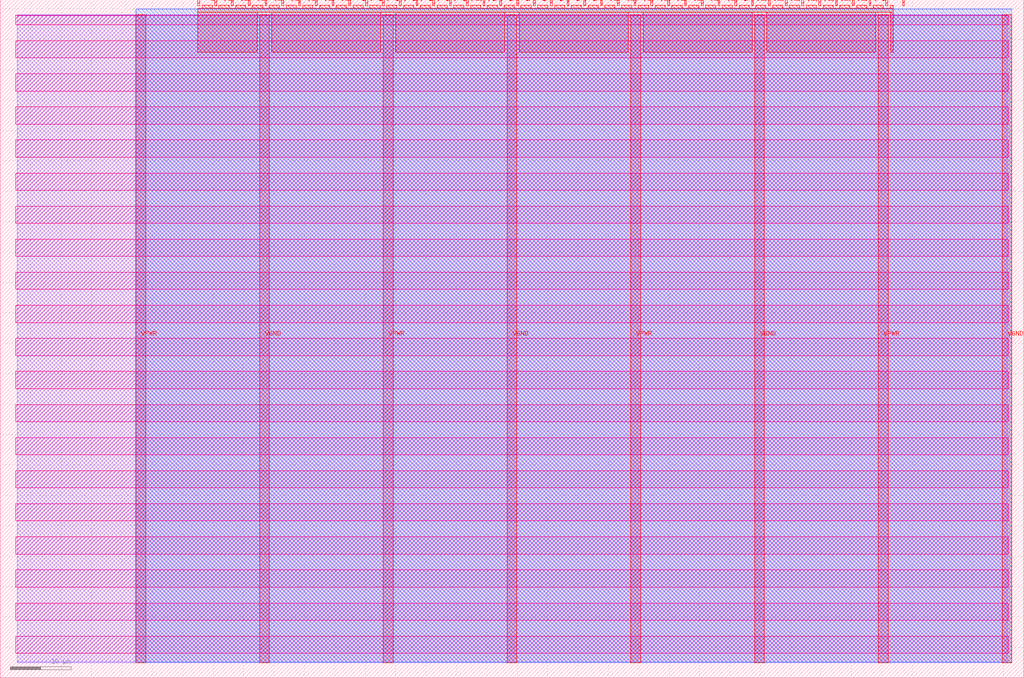
<source format=lef>
VERSION 5.7 ;
  NOWIREEXTENSIONATPIN ON ;
  DIVIDERCHAR "/" ;
  BUSBITCHARS "[]" ;
MACRO tt_um_wokwi_380490286828784641_dup
  CLASS BLOCK ;
  FOREIGN tt_um_wokwi_380490286828784641_dup ;
  ORIGIN 0.000 0.000 ;
  SIZE 168.360 BY 111.520 ;
  PIN VGND
    DIRECTION INOUT ;
    USE GROUND ;
    PORT
      LAYER met4 ;
        RECT 42.670 2.480 44.270 109.040 ;
    END
    PORT
      LAYER met4 ;
        RECT 83.380 2.480 84.980 109.040 ;
    END
    PORT
      LAYER met4 ;
        RECT 124.090 2.480 125.690 109.040 ;
    END
    PORT
      LAYER met4 ;
        RECT 164.800 2.480 166.400 109.040 ;
    END
  END VGND
  PIN VPWR
    DIRECTION INOUT ;
    USE POWER ;
    PORT
      LAYER met4 ;
        RECT 22.315 2.480 23.915 109.040 ;
    END
    PORT
      LAYER met4 ;
        RECT 63.025 2.480 64.625 109.040 ;
    END
    PORT
      LAYER met4 ;
        RECT 103.735 2.480 105.335 109.040 ;
    END
    PORT
      LAYER met4 ;
        RECT 144.445 2.480 146.045 109.040 ;
    END
  END VPWR
  PIN clk
    DIRECTION INPUT ;
    USE SIGNAL ;
    ANTENNAGATEAREA 0.852000 ;
    PORT
      LAYER met4 ;
        RECT 145.670 110.520 145.970 111.520 ;
    END
  END clk
  PIN ena
    DIRECTION INPUT ;
    USE SIGNAL ;
    PORT
      LAYER met4 ;
        RECT 148.430 110.520 148.730 111.520 ;
    END
  END ena
  PIN rst_n
    DIRECTION INPUT ;
    USE SIGNAL ;
    ANTENNAGATEAREA 0.196500 ;
    PORT
      LAYER met4 ;
        RECT 142.910 110.520 143.210 111.520 ;
    END
  END rst_n
  PIN ui_in[0]
    DIRECTION INPUT ;
    USE SIGNAL ;
    PORT
      LAYER met4 ;
        RECT 140.150 110.520 140.450 111.520 ;
    END
  END ui_in[0]
  PIN ui_in[1]
    DIRECTION INPUT ;
    USE SIGNAL ;
    PORT
      LAYER met4 ;
        RECT 137.390 110.520 137.690 111.520 ;
    END
  END ui_in[1]
  PIN ui_in[2]
    DIRECTION INPUT ;
    USE SIGNAL ;
    PORT
      LAYER met4 ;
        RECT 134.630 110.520 134.930 111.520 ;
    END
  END ui_in[2]
  PIN ui_in[3]
    DIRECTION INPUT ;
    USE SIGNAL ;
    PORT
      LAYER met4 ;
        RECT 131.870 110.520 132.170 111.520 ;
    END
  END ui_in[3]
  PIN ui_in[4]
    DIRECTION INPUT ;
    USE SIGNAL ;
    PORT
      LAYER met4 ;
        RECT 129.110 110.520 129.410 111.520 ;
    END
  END ui_in[4]
  PIN ui_in[5]
    DIRECTION INPUT ;
    USE SIGNAL ;
    PORT
      LAYER met4 ;
        RECT 126.350 110.520 126.650 111.520 ;
    END
  END ui_in[5]
  PIN ui_in[6]
    DIRECTION INPUT ;
    USE SIGNAL ;
    PORT
      LAYER met4 ;
        RECT 123.590 110.520 123.890 111.520 ;
    END
  END ui_in[6]
  PIN ui_in[7]
    DIRECTION INPUT ;
    USE SIGNAL ;
    PORT
      LAYER met4 ;
        RECT 120.830 110.520 121.130 111.520 ;
    END
  END ui_in[7]
  PIN uio_in[0]
    DIRECTION INPUT ;
    USE SIGNAL ;
    PORT
      LAYER met4 ;
        RECT 118.070 110.520 118.370 111.520 ;
    END
  END uio_in[0]
  PIN uio_in[1]
    DIRECTION INPUT ;
    USE SIGNAL ;
    PORT
      LAYER met4 ;
        RECT 115.310 110.520 115.610 111.520 ;
    END
  END uio_in[1]
  PIN uio_in[2]
    DIRECTION INPUT ;
    USE SIGNAL ;
    PORT
      LAYER met4 ;
        RECT 112.550 110.520 112.850 111.520 ;
    END
  END uio_in[2]
  PIN uio_in[3]
    DIRECTION INPUT ;
    USE SIGNAL ;
    PORT
      LAYER met4 ;
        RECT 109.790 110.520 110.090 111.520 ;
    END
  END uio_in[3]
  PIN uio_in[4]
    DIRECTION INPUT ;
    USE SIGNAL ;
    PORT
      LAYER met4 ;
        RECT 107.030 110.520 107.330 111.520 ;
    END
  END uio_in[4]
  PIN uio_in[5]
    DIRECTION INPUT ;
    USE SIGNAL ;
    PORT
      LAYER met4 ;
        RECT 104.270 110.520 104.570 111.520 ;
    END
  END uio_in[5]
  PIN uio_in[6]
    DIRECTION INPUT ;
    USE SIGNAL ;
    PORT
      LAYER met4 ;
        RECT 101.510 110.520 101.810 111.520 ;
    END
  END uio_in[6]
  PIN uio_in[7]
    DIRECTION INPUT ;
    USE SIGNAL ;
    PORT
      LAYER met4 ;
        RECT 98.750 110.520 99.050 111.520 ;
    END
  END uio_in[7]
  PIN uio_oe[0]
    DIRECTION OUTPUT TRISTATE ;
    USE SIGNAL ;
    PORT
      LAYER met4 ;
        RECT 51.830 110.520 52.130 111.520 ;
    END
  END uio_oe[0]
  PIN uio_oe[1]
    DIRECTION OUTPUT TRISTATE ;
    USE SIGNAL ;
    PORT
      LAYER met4 ;
        RECT 49.070 110.520 49.370 111.520 ;
    END
  END uio_oe[1]
  PIN uio_oe[2]
    DIRECTION OUTPUT TRISTATE ;
    USE SIGNAL ;
    PORT
      LAYER met4 ;
        RECT 46.310 110.520 46.610 111.520 ;
    END
  END uio_oe[2]
  PIN uio_oe[3]
    DIRECTION OUTPUT TRISTATE ;
    USE SIGNAL ;
    PORT
      LAYER met4 ;
        RECT 43.550 110.520 43.850 111.520 ;
    END
  END uio_oe[3]
  PIN uio_oe[4]
    DIRECTION OUTPUT TRISTATE ;
    USE SIGNAL ;
    PORT
      LAYER met4 ;
        RECT 40.790 110.520 41.090 111.520 ;
    END
  END uio_oe[4]
  PIN uio_oe[5]
    DIRECTION OUTPUT TRISTATE ;
    USE SIGNAL ;
    PORT
      LAYER met4 ;
        RECT 38.030 110.520 38.330 111.520 ;
    END
  END uio_oe[5]
  PIN uio_oe[6]
    DIRECTION OUTPUT TRISTATE ;
    USE SIGNAL ;
    PORT
      LAYER met4 ;
        RECT 35.270 110.520 35.570 111.520 ;
    END
  END uio_oe[6]
  PIN uio_oe[7]
    DIRECTION OUTPUT TRISTATE ;
    USE SIGNAL ;
    PORT
      LAYER met4 ;
        RECT 32.510 110.520 32.810 111.520 ;
    END
  END uio_oe[7]
  PIN uio_out[0]
    DIRECTION OUTPUT TRISTATE ;
    USE SIGNAL ;
    PORT
      LAYER met4 ;
        RECT 73.910 110.520 74.210 111.520 ;
    END
  END uio_out[0]
  PIN uio_out[1]
    DIRECTION OUTPUT TRISTATE ;
    USE SIGNAL ;
    PORT
      LAYER met4 ;
        RECT 71.150 110.520 71.450 111.520 ;
    END
  END uio_out[1]
  PIN uio_out[2]
    DIRECTION OUTPUT TRISTATE ;
    USE SIGNAL ;
    PORT
      LAYER met4 ;
        RECT 68.390 110.520 68.690 111.520 ;
    END
  END uio_out[2]
  PIN uio_out[3]
    DIRECTION OUTPUT TRISTATE ;
    USE SIGNAL ;
    PORT
      LAYER met4 ;
        RECT 65.630 110.520 65.930 111.520 ;
    END
  END uio_out[3]
  PIN uio_out[4]
    DIRECTION OUTPUT TRISTATE ;
    USE SIGNAL ;
    PORT
      LAYER met4 ;
        RECT 62.870 110.520 63.170 111.520 ;
    END
  END uio_out[4]
  PIN uio_out[5]
    DIRECTION OUTPUT TRISTATE ;
    USE SIGNAL ;
    PORT
      LAYER met4 ;
        RECT 60.110 110.520 60.410 111.520 ;
    END
  END uio_out[5]
  PIN uio_out[6]
    DIRECTION OUTPUT TRISTATE ;
    USE SIGNAL ;
    PORT
      LAYER met4 ;
        RECT 57.350 110.520 57.650 111.520 ;
    END
  END uio_out[6]
  PIN uio_out[7]
    DIRECTION OUTPUT TRISTATE ;
    USE SIGNAL ;
    PORT
      LAYER met4 ;
        RECT 54.590 110.520 54.890 111.520 ;
    END
  END uio_out[7]
  PIN uo_out[0]
    DIRECTION OUTPUT TRISTATE ;
    USE SIGNAL ;
    ANTENNADIFFAREA 0.795200 ;
    PORT
      LAYER met4 ;
        RECT 95.990 110.520 96.290 111.520 ;
    END
  END uo_out[0]
  PIN uo_out[1]
    DIRECTION OUTPUT TRISTATE ;
    USE SIGNAL ;
    ANTENNADIFFAREA 0.445500 ;
    PORT
      LAYER met4 ;
        RECT 93.230 110.520 93.530 111.520 ;
    END
  END uo_out[1]
  PIN uo_out[2]
    DIRECTION OUTPUT TRISTATE ;
    USE SIGNAL ;
    ANTENNADIFFAREA 0.445500 ;
    PORT
      LAYER met4 ;
        RECT 90.470 110.520 90.770 111.520 ;
    END
  END uo_out[2]
  PIN uo_out[3]
    DIRECTION OUTPUT TRISTATE ;
    USE SIGNAL ;
    ANTENNADIFFAREA 0.445500 ;
    PORT
      LAYER met4 ;
        RECT 87.710 110.520 88.010 111.520 ;
    END
  END uo_out[3]
  PIN uo_out[4]
    DIRECTION OUTPUT TRISTATE ;
    USE SIGNAL ;
    ANTENNADIFFAREA 0.445500 ;
    PORT
      LAYER met4 ;
        RECT 84.950 110.520 85.250 111.520 ;
    END
  END uo_out[4]
  PIN uo_out[5]
    DIRECTION OUTPUT TRISTATE ;
    USE SIGNAL ;
    ANTENNADIFFAREA 0.445500 ;
    PORT
      LAYER met4 ;
        RECT 82.190 110.520 82.490 111.520 ;
    END
  END uo_out[5]
  PIN uo_out[6]
    DIRECTION OUTPUT TRISTATE ;
    USE SIGNAL ;
    ANTENNADIFFAREA 0.445500 ;
    PORT
      LAYER met4 ;
        RECT 79.430 110.520 79.730 111.520 ;
    END
  END uo_out[6]
  PIN uo_out[7]
    DIRECTION OUTPUT TRISTATE ;
    USE SIGNAL ;
    PORT
      LAYER met4 ;
        RECT 76.670 110.520 76.970 111.520 ;
    END
  END uo_out[7]
  OBS
      LAYER nwell ;
        RECT 2.570 107.385 165.790 108.990 ;
        RECT 2.570 101.945 165.790 104.775 ;
        RECT 2.570 96.505 165.790 99.335 ;
        RECT 2.570 91.065 165.790 93.895 ;
        RECT 2.570 85.625 165.790 88.455 ;
        RECT 2.570 80.185 165.790 83.015 ;
        RECT 2.570 74.745 165.790 77.575 ;
        RECT 2.570 69.305 165.790 72.135 ;
        RECT 2.570 63.865 165.790 66.695 ;
        RECT 2.570 58.425 165.790 61.255 ;
        RECT 2.570 52.985 165.790 55.815 ;
        RECT 2.570 47.545 165.790 50.375 ;
        RECT 2.570 42.105 165.790 44.935 ;
        RECT 2.570 36.665 165.790 39.495 ;
        RECT 2.570 31.225 165.790 34.055 ;
        RECT 2.570 25.785 165.790 28.615 ;
        RECT 2.570 20.345 165.790 23.175 ;
        RECT 2.570 14.905 165.790 17.735 ;
        RECT 2.570 9.465 165.790 12.295 ;
        RECT 2.570 4.025 165.790 6.855 ;
      LAYER li1 ;
        RECT 2.760 2.635 165.600 108.885 ;
      LAYER met1 ;
        RECT 2.760 2.480 166.400 109.040 ;
      LAYER met2 ;
        RECT 22.345 2.535 166.370 110.005 ;
      LAYER met3 ;
        RECT 22.325 2.555 166.390 109.985 ;
      LAYER met4 ;
        RECT 33.210 110.120 34.870 110.650 ;
        RECT 35.970 110.120 37.630 110.650 ;
        RECT 38.730 110.120 40.390 110.650 ;
        RECT 41.490 110.120 43.150 110.650 ;
        RECT 44.250 110.120 45.910 110.650 ;
        RECT 47.010 110.120 48.670 110.650 ;
        RECT 49.770 110.120 51.430 110.650 ;
        RECT 52.530 110.120 54.190 110.650 ;
        RECT 55.290 110.120 56.950 110.650 ;
        RECT 58.050 110.120 59.710 110.650 ;
        RECT 60.810 110.120 62.470 110.650 ;
        RECT 63.570 110.120 65.230 110.650 ;
        RECT 66.330 110.120 67.990 110.650 ;
        RECT 69.090 110.120 70.750 110.650 ;
        RECT 71.850 110.120 73.510 110.650 ;
        RECT 74.610 110.120 76.270 110.650 ;
        RECT 77.370 110.120 79.030 110.650 ;
        RECT 80.130 110.120 81.790 110.650 ;
        RECT 82.890 110.120 84.550 110.650 ;
        RECT 85.650 110.120 87.310 110.650 ;
        RECT 88.410 110.120 90.070 110.650 ;
        RECT 91.170 110.120 92.830 110.650 ;
        RECT 93.930 110.120 95.590 110.650 ;
        RECT 96.690 110.120 98.350 110.650 ;
        RECT 99.450 110.120 101.110 110.650 ;
        RECT 102.210 110.120 103.870 110.650 ;
        RECT 104.970 110.120 106.630 110.650 ;
        RECT 107.730 110.120 109.390 110.650 ;
        RECT 110.490 110.120 112.150 110.650 ;
        RECT 113.250 110.120 114.910 110.650 ;
        RECT 116.010 110.120 117.670 110.650 ;
        RECT 118.770 110.120 120.430 110.650 ;
        RECT 121.530 110.120 123.190 110.650 ;
        RECT 124.290 110.120 125.950 110.650 ;
        RECT 127.050 110.120 128.710 110.650 ;
        RECT 129.810 110.120 131.470 110.650 ;
        RECT 132.570 110.120 134.230 110.650 ;
        RECT 135.330 110.120 136.990 110.650 ;
        RECT 138.090 110.120 139.750 110.650 ;
        RECT 140.850 110.120 142.510 110.650 ;
        RECT 143.610 110.120 145.270 110.650 ;
        RECT 146.370 110.120 146.905 110.650 ;
        RECT 32.495 109.440 146.905 110.120 ;
        RECT 32.495 102.855 42.270 109.440 ;
        RECT 44.670 102.855 62.625 109.440 ;
        RECT 65.025 102.855 82.980 109.440 ;
        RECT 85.380 102.855 103.335 109.440 ;
        RECT 105.735 102.855 123.690 109.440 ;
        RECT 126.090 102.855 144.045 109.440 ;
        RECT 146.445 102.855 146.905 109.440 ;
  END
END tt_um_wokwi_380490286828784641_dup
END LIBRARY


</source>
